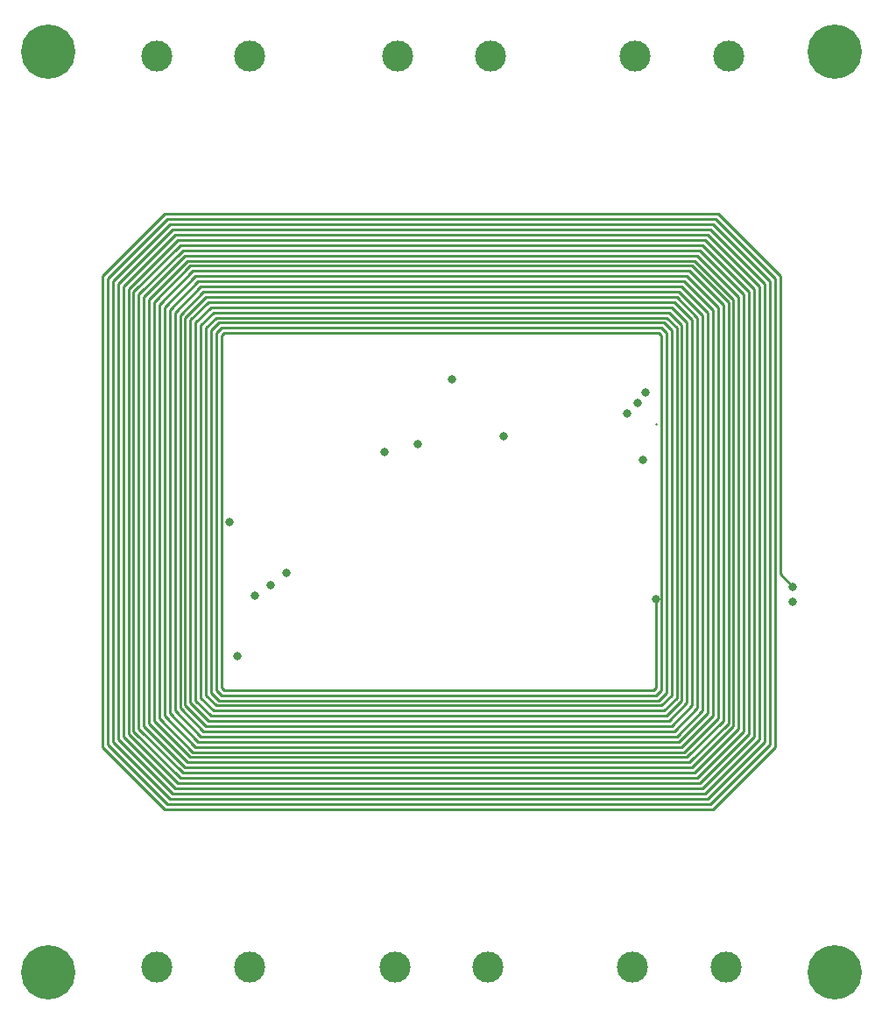
<source format=gbr>
%TF.GenerationSoftware,KiCad,Pcbnew,(5.1.10)-1*%
%TF.CreationDate,2022-05-09T17:55:47-07:00*%
%TF.ProjectId,solar-panel-NoCutout,736f6c61-722d-4706-916e-656c2d4e6f43,1.0*%
%TF.SameCoordinates,Original*%
%TF.FileFunction,Copper,L3,Inr*%
%TF.FilePolarity,Positive*%
%FSLAX46Y46*%
G04 Gerber Fmt 4.6, Leading zero omitted, Abs format (unit mm)*
G04 Created by KiCad (PCBNEW (5.1.10)-1) date 2022-05-09 17:55:47*
%MOMM*%
%LPD*%
G01*
G04 APERTURE LIST*
%TA.AperFunction,ComponentPad*%
%ADD10C,5.250000*%
%TD*%
%TA.AperFunction,ComponentPad*%
%ADD11C,3.000000*%
%TD*%
%TA.AperFunction,ViaPad*%
%ADD12C,0.800000*%
%TD*%
%TA.AperFunction,Conductor*%
%ADD13C,0.250000*%
%TD*%
G04 APERTURE END LIST*
D10*
%TO.N,Net-(J2-Pad1)*%
%TO.C,J2*%
X106500000Y-70300000D03*
%TD*%
%TO.N,Net-(J5-Pad1)*%
%TO.C,J5*%
X182500000Y-159300000D03*
%TD*%
%TO.N,Net-(J4-Pad1)*%
%TO.C,J4*%
X182500000Y-70300000D03*
%TD*%
%TO.N,Net-(J3-Pad1)*%
%TO.C,J3*%
X106500000Y-159300000D03*
%TD*%
D11*
%TO.N,GND*%
%TO.C,SC6*%
X172250000Y-70750000D03*
%TO.N,Net-(SC5-Pad2)*%
X163250000Y-70750000D03*
%TD*%
%TO.N,Net-(SC5-Pad2)*%
%TO.C,SC5*%
X163000000Y-158750000D03*
%TO.N,Net-(D3-Pad2)*%
X172000000Y-158750000D03*
%TD*%
%TO.N,GND*%
%TO.C,SC4*%
X149250000Y-70750000D03*
%TO.N,Net-(SC3-Pad2)*%
X140250000Y-70750000D03*
%TD*%
%TO.N,Net-(SC3-Pad2)*%
%TO.C,SC3*%
X140000000Y-158750000D03*
%TO.N,Net-(D2-Pad2)*%
X149000000Y-158750000D03*
%TD*%
%TO.N,GND*%
%TO.C,SC2*%
X126000000Y-70750000D03*
%TO.N,Net-(SC1-Pad2)*%
X117000000Y-70750000D03*
%TD*%
%TO.N,Net-(SC1-Pad2)*%
%TO.C,SC1*%
X117000000Y-158750000D03*
%TO.N,Net-(D1-Pad2)*%
X126000000Y-158750000D03*
%TD*%
D12*
%TO.N,GND*%
X124000000Y-115750000D03*
X164000000Y-109750000D03*
X145500000Y-102000000D03*
%TO.N,+3V3*%
X164250000Y-103250000D03*
X150500000Y-107500000D03*
X126500000Y-122894997D03*
%TO.N,VSOLAR*%
X124750000Y-128750000D03*
%TO.N,SDA*%
X162500000Y-105250000D03*
X139000000Y-109000000D03*
X129500000Y-120644998D03*
%TO.N,SCL*%
X163500000Y-104250000D03*
X142250000Y-108250000D03*
X128000000Y-121894996D03*
%TO.N,Net-(U2-Pad6)*%
X165250000Y-123250000D03*
X178500000Y-122000000D03*
X178500000Y-123500000D03*
%TD*%
D13*
%TO.N,*%
X165250000Y-106250000D02*
X165250000Y-106250000D01*
%TO.N,Net-(U2-Pad6)*%
X165750000Y-97750000D02*
X165500000Y-97500000D01*
X121750000Y-132500000D02*
X122750000Y-133500000D01*
X166500000Y-95500000D02*
X122500000Y-95500000D01*
X165500000Y-97500000D02*
X123500000Y-97500000D01*
X167750000Y-96750000D02*
X166500000Y-95500000D01*
X121750000Y-97000000D02*
X121750000Y-132500000D01*
X122250000Y-132250000D02*
X123000000Y-133000000D01*
X165250000Y-131750000D02*
X165000000Y-132000000D01*
X121250000Y-96750000D02*
X121250000Y-132750000D01*
X123000000Y-133000000D02*
X165500000Y-133000000D01*
X123500000Y-132000000D02*
X123250000Y-131750000D01*
X166750000Y-97250000D02*
X166000000Y-96500000D01*
X167750000Y-133000000D02*
X167750000Y-96750000D01*
X119250000Y-140500000D02*
X169250000Y-140500000D01*
X123500000Y-132000000D02*
X165000000Y-132000000D01*
X166250000Y-132250000D02*
X166250000Y-97500000D01*
X122250000Y-97250000D02*
X122250000Y-132250000D01*
X165750000Y-97000000D02*
X123250000Y-97000000D01*
X123250000Y-97750000D02*
X123250000Y-131750000D01*
X165750000Y-132000000D02*
X165750000Y-97750000D01*
X165250000Y-132500000D02*
X165750000Y-132000000D01*
X165750000Y-133500000D02*
X166750000Y-132500000D01*
X166000000Y-96500000D02*
X123000000Y-96500000D01*
X122750000Y-96000000D02*
X121750000Y-97000000D01*
X123250000Y-132500000D02*
X165250000Y-132500000D01*
X122750000Y-97500000D02*
X122750000Y-132000000D01*
X122750000Y-132000000D02*
X123250000Y-132500000D01*
X123250000Y-97000000D02*
X122750000Y-97500000D01*
X168750000Y-96250000D02*
X167000000Y-94500000D01*
X166750000Y-132500000D02*
X166750000Y-97250000D01*
X166250000Y-97500000D02*
X165750000Y-97000000D01*
X123500000Y-97500000D02*
X123250000Y-97750000D01*
X165500000Y-133000000D02*
X166250000Y-132250000D01*
X122750000Y-133500000D02*
X165750000Y-133500000D01*
X122250000Y-134500000D02*
X166250000Y-134500000D01*
X123000000Y-96500000D02*
X122250000Y-97250000D01*
X121250000Y-132750000D02*
X122500000Y-134000000D01*
X168250000Y-96500000D02*
X166750000Y-95000000D01*
X167250000Y-97000000D02*
X166250000Y-96000000D01*
X167000000Y-136000000D02*
X169250000Y-133750000D01*
X113750000Y-93000000D02*
X113750000Y-136500000D01*
X167750000Y-137500000D02*
X170750000Y-134500000D01*
X169250000Y-96000000D02*
X167250000Y-94000000D01*
X118000000Y-86500000D02*
X112250000Y-92250000D01*
X174750000Y-93250000D02*
X170000000Y-88500000D01*
X173750000Y-93750000D02*
X169500000Y-89500000D01*
X170000000Y-142000000D02*
X175250000Y-136750000D01*
X113750000Y-136500000D02*
X118750000Y-141500000D01*
X170250000Y-88000000D02*
X118750000Y-88000000D01*
X120250000Y-96250000D02*
X120250000Y-133250000D01*
X114750000Y-136000000D02*
X119250000Y-140500000D01*
X120750000Y-133000000D02*
X122250000Y-134500000D01*
X167250000Y-132750000D02*
X167250000Y-97000000D01*
X122000000Y-135000000D02*
X166500000Y-135000000D01*
X121750000Y-135500000D02*
X166750000Y-135500000D01*
X118250000Y-87000000D02*
X112750000Y-92500000D01*
X169500000Y-141000000D02*
X174250000Y-136250000D01*
X166750000Y-95000000D02*
X122250000Y-95000000D01*
X119000000Y-141000000D02*
X169500000Y-141000000D01*
X175250000Y-93000000D02*
X170250000Y-88000000D01*
X166250000Y-134500000D02*
X167750000Y-133000000D01*
X112750000Y-92500000D02*
X112750000Y-137000000D01*
X167750000Y-93000000D02*
X121250000Y-93000000D01*
X169750000Y-134000000D02*
X169750000Y-95750000D01*
X168750000Y-133500000D02*
X168750000Y-96250000D01*
X170000000Y-88500000D02*
X119000000Y-88500000D01*
X118500000Y-142000000D02*
X170000000Y-142000000D01*
X118750000Y-88000000D02*
X113750000Y-93000000D01*
X119250000Y-89000000D02*
X114750000Y-93500000D01*
X170750000Y-134500000D02*
X170750000Y-95250000D01*
X114250000Y-93250000D02*
X114250000Y-136250000D01*
X122250000Y-95000000D02*
X120750000Y-96500000D01*
X120250000Y-133250000D02*
X122000000Y-135000000D01*
X112250000Y-137250000D02*
X118000000Y-143000000D01*
X174250000Y-136250000D02*
X174250000Y-93500000D01*
X169750000Y-89000000D02*
X119250000Y-89000000D01*
X122500000Y-95500000D02*
X121250000Y-96750000D01*
X118750000Y-141500000D02*
X169750000Y-141500000D01*
X166000000Y-134000000D02*
X167250000Y-132750000D01*
X167250000Y-94000000D02*
X121750000Y-94000000D01*
X174250000Y-93500000D02*
X169750000Y-89000000D01*
X121750000Y-94000000D02*
X119750000Y-96000000D01*
X122000000Y-94500000D02*
X120250000Y-96250000D01*
X122500000Y-134000000D02*
X166000000Y-134000000D01*
X170750000Y-95250000D02*
X168000000Y-92500000D01*
X169250000Y-133750000D02*
X169250000Y-96000000D01*
X166750000Y-135500000D02*
X168750000Y-133500000D01*
X175250000Y-136750000D02*
X175250000Y-93000000D01*
X166250000Y-96000000D02*
X122750000Y-96000000D01*
X114750000Y-93500000D02*
X114750000Y-136000000D01*
X167000000Y-94500000D02*
X122000000Y-94500000D01*
X166500000Y-135000000D02*
X168250000Y-133250000D01*
X119750000Y-96000000D02*
X119750000Y-133500000D01*
X120750000Y-96500000D02*
X120750000Y-133000000D01*
X171250000Y-86000000D02*
X117750000Y-86000000D01*
X168250000Y-133250000D02*
X168250000Y-96500000D01*
X169250000Y-140500000D02*
X173750000Y-136000000D01*
X119750000Y-133500000D02*
X121750000Y-135500000D01*
X167500000Y-137000000D02*
X170250000Y-134250000D01*
X112750000Y-137000000D02*
X118250000Y-142500000D01*
X112250000Y-92250000D02*
X112250000Y-137250000D01*
X173250000Y-135750000D02*
X173250000Y-94000000D01*
X174750000Y-136500000D02*
X174750000Y-93250000D01*
X119500000Y-140000000D02*
X169000000Y-140000000D01*
X121250000Y-93000000D02*
X118750000Y-95500000D01*
X170750000Y-143500000D02*
X176750000Y-137500000D01*
X121250000Y-136500000D02*
X167250000Y-136500000D01*
X119000000Y-88500000D02*
X114250000Y-93250000D01*
X169000000Y-140000000D02*
X173250000Y-135750000D01*
X173250000Y-94000000D02*
X169250000Y-90000000D01*
X121500000Y-93500000D02*
X119250000Y-95750000D01*
X114250000Y-136250000D02*
X119000000Y-141000000D01*
X121000000Y-137000000D02*
X167500000Y-137000000D01*
X167250000Y-136500000D02*
X169750000Y-134000000D01*
X169500000Y-89500000D02*
X119500000Y-89500000D01*
X176250000Y-137250000D02*
X176250000Y-92500000D01*
X176750000Y-137500000D02*
X176750000Y-92250000D01*
X170250000Y-95500000D02*
X167750000Y-93000000D01*
X118500000Y-87500000D02*
X113250000Y-92750000D01*
X111750000Y-92000000D02*
X111750000Y-137500000D01*
X175750000Y-92750000D02*
X170500000Y-87500000D01*
X115250000Y-93750000D02*
X115250000Y-135750000D01*
X117750000Y-86000000D02*
X111750000Y-92000000D01*
X173750000Y-136000000D02*
X173750000Y-93750000D01*
X169750000Y-141500000D02*
X174750000Y-136500000D01*
X118000000Y-143000000D02*
X170500000Y-143000000D01*
X111750000Y-137500000D02*
X117750000Y-143500000D01*
X170250000Y-142500000D02*
X175750000Y-137000000D01*
X113250000Y-136750000D02*
X118500000Y-142000000D01*
X115250000Y-135750000D02*
X119500000Y-140000000D01*
X171000000Y-86500000D02*
X118000000Y-86500000D01*
X170500000Y-87500000D02*
X118500000Y-87500000D01*
X175750000Y-137000000D02*
X175750000Y-92750000D01*
X119500000Y-89500000D02*
X115250000Y-93750000D01*
X117250000Y-94750000D02*
X117250000Y-134750000D01*
X171250000Y-134750000D02*
X171250000Y-95000000D01*
X113250000Y-92750000D02*
X113250000Y-136750000D01*
X118250000Y-134250000D02*
X121000000Y-137000000D01*
X116250000Y-94250000D02*
X116250000Y-135250000D01*
X168250000Y-138500000D02*
X171750000Y-135000000D01*
X169750000Y-95750000D02*
X167500000Y-93500000D01*
X119750000Y-139500000D02*
X168750000Y-139500000D01*
X172250000Y-94500000D02*
X168750000Y-91000000D01*
X177250000Y-92000000D02*
X171250000Y-86000000D01*
X117250000Y-134750000D02*
X120500000Y-138000000D01*
X172250000Y-135250000D02*
X172250000Y-94500000D01*
X171750000Y-94750000D02*
X168500000Y-91500000D01*
X120250000Y-91000000D02*
X116750000Y-94500000D01*
X120000000Y-139000000D02*
X168500000Y-139000000D01*
X170750000Y-87000000D02*
X118250000Y-87000000D01*
X168500000Y-139000000D02*
X172250000Y-135250000D01*
X121500000Y-136000000D02*
X167000000Y-136000000D01*
X168750000Y-91000000D02*
X120250000Y-91000000D01*
X168000000Y-138000000D02*
X171250000Y-134750000D01*
X176250000Y-92500000D02*
X170750000Y-87000000D01*
X167500000Y-93500000D02*
X121500000Y-93500000D01*
X118750000Y-134000000D02*
X121250000Y-136500000D01*
X120750000Y-92000000D02*
X117750000Y-95000000D01*
X115750000Y-135500000D02*
X119750000Y-139500000D01*
X120000000Y-90500000D02*
X116250000Y-94250000D01*
X172750000Y-135500000D02*
X172750000Y-94250000D01*
X121000000Y-92500000D02*
X118250000Y-95250000D01*
X169000000Y-90500000D02*
X120000000Y-90500000D01*
X120750000Y-137500000D02*
X167750000Y-137500000D01*
X119750000Y-90000000D02*
X115750000Y-94000000D01*
X172750000Y-94250000D02*
X169000000Y-90500000D01*
X120500000Y-91500000D02*
X117250000Y-94750000D01*
X120500000Y-138000000D02*
X168000000Y-138000000D01*
X115750000Y-94000000D02*
X115750000Y-135500000D01*
X116250000Y-135250000D02*
X120000000Y-139000000D01*
X176750000Y-92250000D02*
X171000000Y-86500000D01*
X119250000Y-133750000D02*
X121500000Y-136000000D01*
X171750000Y-135000000D02*
X171750000Y-94750000D01*
X118250000Y-142500000D02*
X170250000Y-142500000D01*
X119250000Y-95750000D02*
X119250000Y-133750000D01*
X168750000Y-139500000D02*
X172750000Y-135500000D01*
X168250000Y-92000000D02*
X120750000Y-92000000D01*
X117750000Y-95000000D02*
X117750000Y-134500000D01*
X168000000Y-92500000D02*
X121000000Y-92500000D01*
X118750000Y-95500000D02*
X118750000Y-134000000D01*
X118250000Y-95250000D02*
X118250000Y-134250000D01*
X169250000Y-90000000D02*
X119750000Y-90000000D01*
X171250000Y-95000000D02*
X168250000Y-92000000D01*
X117750000Y-134500000D02*
X120750000Y-137500000D01*
X116750000Y-94500000D02*
X116750000Y-135000000D01*
X168500000Y-91500000D02*
X120500000Y-91500000D01*
X117750000Y-143500000D02*
X170750000Y-143500000D01*
X116750000Y-135000000D02*
X120250000Y-138500000D01*
X170250000Y-134250000D02*
X170250000Y-95500000D01*
X120250000Y-138500000D02*
X168250000Y-138500000D01*
X170500000Y-143000000D02*
X176250000Y-137250000D01*
X165250000Y-131750000D02*
X165250000Y-123250000D01*
X177250000Y-113250000D02*
X177250000Y-113000000D01*
X177250000Y-113000000D02*
X177250000Y-92000000D01*
X177250000Y-113000000D02*
X177250000Y-119500000D01*
X177250000Y-119500000D02*
X177250000Y-120750000D01*
X177250000Y-120750000D02*
X178500000Y-122000000D01*
X178500000Y-122000000D02*
X178500000Y-122000000D01*
%TD*%
M02*

</source>
